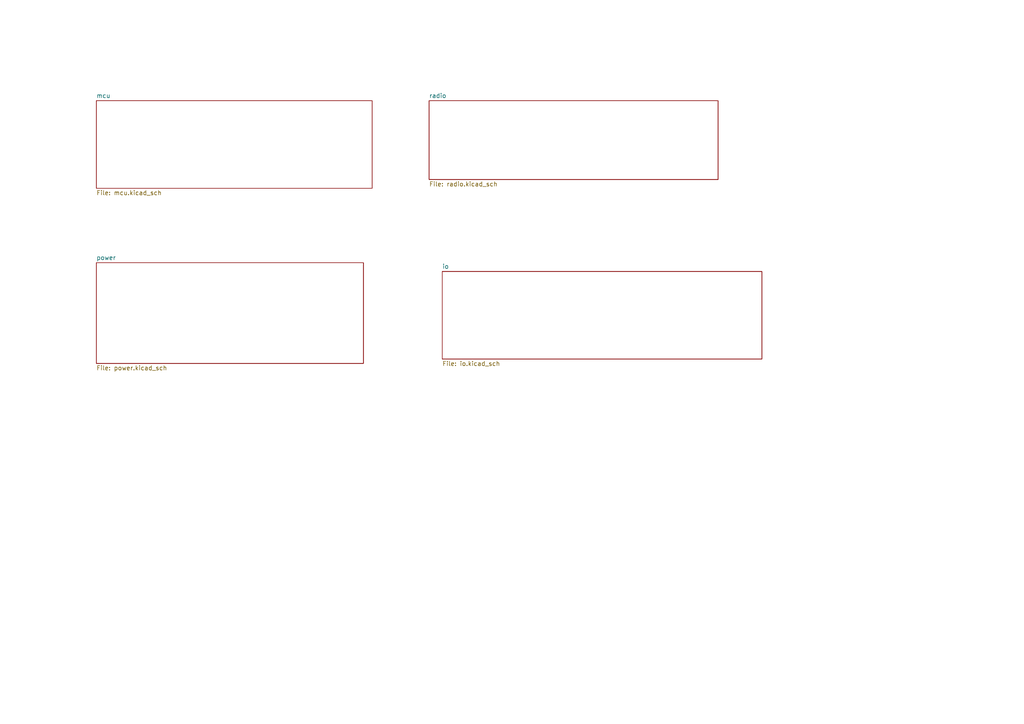
<source format=kicad_sch>
(kicad_sch (version 20231120) (generator "eeschema") (generator_version "8.0")
  (paper "A4")
  (lib_symbols
    (symbol "Device:Antenna" (pin_numbers hide) (pin_names (offset 1.016) hide)
      (property "Reference" "AE" (at -1.905 1.905 0))
      (property "Value" "Antenna" (at -1.905 0 0))
      (symbol "Antenna_0_1"
        (polyline (pts (xy 0 2.54) (xy 0 -3.81)) (stroke (width 0.254)))
        (polyline (pts (xy 1.27 2.54) (xy 0 -2.54) (xy -1.27 2.54)) (stroke (width 0.254)))
      )
      (symbol "Antenna_1_1"
        (pin input line (at 0 -5.08 90) (length 2.54) (name "A") (number "1"))
      )
    )
    (symbol "Device:Battery" (pin_numbers hide) (pin_names (offset 0) hide)
      (property "Reference" "BT" (at 2.54 2.54 0))
      (property "Value" "Battery" (at 2.54 0 0))
      (symbol "Battery_0_1"
        (rectangle (start -2.286 -1.27) (end 2.286 -1.524) (fill (type outline)))
        (rectangle (start -2.286 1.778) (end 2.286 1.524) (fill (type outline)))
        (rectangle (start -1.524 -2.032) (end 1.524 -2.54) (fill (type outline)))
        (rectangle (start -1.524 1.016) (end 1.524 0.508) (fill (type outline)))
        (polyline (pts (xy 0 -1.016) (xy 0 -0.762)))
        (polyline (pts (xy 0 -0.508) (xy 0 -0.254)))
        (polyline (pts (xy 0 0) (xy 0 0.254)))
        (polyline (pts (xy 0 1.778) (xy 0 2.54)))
        (polyline (pts (xy 0.762 3.048) (xy 1.778 3.048)) (stroke (width 0.254)))
        (polyline (pts (xy 1.27 3.556) (xy 1.27 2.54)) (stroke (width 0.254)))
      )
      (symbol "Battery_1_1"
        (pin passive line (at 0 5.08 270) (length 2.54) (name "+") (number "1"))
        (pin passive line (at 0 -5.08 90) (length 2.54) (name "-") (number "2"))
      )
    )
    (symbol "Device:R" (pin_numbers hide) (pin_names (offset 0))
      (property "Reference" "R1" (at -2.54 0 90))
      (property "Value" "330Ω" (at 0 0 90))
      (symbol "R_0_1"
        (rectangle (start -1.016 -2.54) (end 1.016 2.54) (stroke (width 0.254)))
      )
      (symbol "R_1_1"
        (pin passive line (at 0 3.81 270) (length 1.27) (name "~") (number "1"))
        (pin passive line (at 0 -3.81 90) (length 1.27) (name "~") (number "2"))
      )
    )
    (symbol "Display_Character:CA56-12EWA"
      (property "Reference" "U" (at -24.13 13.97 0))
      (property "Value" "CA56-12EWA" (at 19.05 13.97 0))
      (symbol "CA56-12EWA_0_0"
        (rectangle (start -25.4 12.7) (end 25.4 -12.7) (stroke (width 0.254)) (fill (type background)))
        (polyline (pts (xy -20.32 -3.81) (xy -19.05 0)) (stroke (width 0.254)))
        (polyline (pts (xy -19.05 -3.81) (xy -16.51 -3.81)) (stroke (width 0.254)))
        (polyline (pts (xy -18.796 1.27) (xy -17.526 5.08)) (stroke (width 0.254)))
        (polyline (pts (xy -17.78 0) (xy -15.24 0)) (stroke (width 0.254)))
        (polyline (pts (xy -16.256 5.08) (xy -13.716 5.08)) (stroke (width 0.254)))
        (polyline (pts (xy -15.24 -3.81) (xy -13.97 0)) (stroke (width 0.254)))
        (polyline (pts (xy -13.716 1.27) (xy -12.446 5.08)) (stroke (width 0.254)))
        (polyline (pts (xy -8.89 -3.81) (xy -7.62 0)) (stroke (width 0.254)))
        (polyline (pts (xy -7.62 -3.81) (xy -5.08 -3.81)) (stroke (width 0.254)))
        (polyline (pts (xy -7.366 1.27) (xy -6.096 5.08)) (stroke (width 0.254)))
        (polyline (pts (xy -6.35 0) (xy -3.81 0)) (stroke (width 0.254)))
        (polyline (pts (xy -4.826 5.08) (xy -2.286 5.08)) (stroke (width 0.254)))
        (polyline (pts (xy -3.81 -3.81) (xy -2.54 0)) (stroke (width 0.254)))
        (polyline (pts (xy -2.286 1.27) (xy -1.016 5.08)) (stroke (width 0.254)))
        (polyline (pts (xy 1.27 -3.81) (xy 2.54 0)) (stroke (width 0.254)))
        (polyline (pts (xy 2.54 -3.81) (xy 5.08 -3.81)) (stroke (width 0.254)))
        (polyline (pts (xy 2.794 1.27) (xy 4.064 5.08)) (stroke (width 0.254)))
        (polyline (pts (xy 3.81 0) (xy 6.35 0)) (stroke (width 0.254)))
        (polyline (pts (xy 5.334 5.08) (xy 7.874 5.08)) (stroke (width 0.254)))
        (polyline (pts (xy 6.35 -3.81) (xy 7.62 0)) (stroke (width 0.254)))
        (polyline (pts (xy 7.874 1.27) (xy 9.144 5.08)) (stroke (width 0.254)))
        (polyline (pts (xy 11.176 -3.81) (xy 12.446 0)) (stroke (width 0.254)))
        (polyline (pts (xy 12.446 -3.81) (xy 14.986 -3.81)) (stroke (width 0.254)))
        (polyline (pts (xy 12.7 1.27) (xy 13.97 5.08)) (stroke (width 0.254)))
        (polyline (pts (xy 13.716 0) (xy 16.256 0)) (stroke (width 0.254)))
        (polyline (pts (xy 15.24 5.08) (xy 17.78 5.08)) (stroke (width 0.254)))
        (polyline (pts (xy 16.256 -3.81) (xy 17.526 0)) (stroke (width 0.254)))
        (polyline (pts (xy 17.78 1.27) (xy 19.05 5.08)) (stroke (width 0.254)))
        (text "a" (at -15.24 6.35 0) (effects (font (size 1.524 1.524))))
        (text "b" (at -12.192 2.794 0) (effects (font (size 1.524 1.524))))
        (text "c" (at -13.208 -1.778 0) (effects (font (size 1.524 1.524))))
        (text "d" (at -17.78 -2.794 0) (effects (font (size 1.524 1.524))))
        (text "DP1" (at -13.716 -6.35 0) (effects (font (size 1.524 1.524))))
        (text "DP2" (at -2.286 -6.35 0) (effects (font (size 1.524 1.524))))
        (text "DP3" (at 7.62 -6.35 0) (effects (font (size 1.524 1.524))))
        (text "DP4" (at 17.78 -6.096 0) (effects (font (size 1.524 1.524))))
        (text "e" (at -21.336 -1.524 0) (effects (font (size 1.524 1.524))))
        (text "f" (at -19.558 3.048 0) (effects (font (size 1.524 1.524))))
        (text "g" (at -16.51 1.524 0) (effects (font (size 1.524 1.524))))
      )
      (symbol "CA56-12EWA_0_1"
        (circle (center -13.716 -3.81) (radius 0.3556) (stroke (width 0.254)) (fill (type outline)))
        (circle (center -2.54 -3.81) (radius 0.3556) (stroke (width 0.254)) (fill (type outline)))
      )
      (symbol "CA56-12EWA_1_0"
        (circle (center 7.62 -4.064) (radius 0.3556) (stroke (width 0.254)) (fill (type outline)))
        (circle (center 17.78 -3.81) (radius 0.3556) (stroke (width 0.254)) (fill (type outline)))
      )
      (symbol "CA56-12EWA_1_1"
        (pin input line (at -27.94 -2.54 0) (length 2.54) (name "e") (number "1"))
        (pin input line (at -27.94 -5.08 0) (length 2.54) (name "f") (number "10"))
        (pin input line (at -27.94 7.62 0) (length 2.54) (name "a") (number "11"))
        (pin input line (at 27.94 -2.54 180) (length 2.54) (name "CA1") (number "12"))
        (pin input line (at -27.94 0 0) (length 2.54) (name "d") (number "2"))
        (pin input line (at -27.94 -10.16 0) (length 2.54) (name "DPX") (number "3"))
        (pin input line (at -27.94 2.54 0) (length 2.54) (name "c") (number "4"))
        (pin input line (at -27.94 -7.62 0) (length 2.54) (name "g") (number "5"))
        (pin input line (at 27.94 -10.16 180) (length 2.54) (name "CA4") (number "6"))
        (pin input line (at -27.94 5.08 0) (length 2.54) (name "b") (number "7"))
        (pin input line (at 27.94 -7.62 180) (length 2.54) (name "CA3") (number "8"))
        (pin input line (at 27.94 -5.08 180) (length 2.54) (name "CA2") (number "9"))
      )
    )
    (symbol "MCU_Module:NUCLEO144-F446ZE"
      (property "Reference" "U" (at -22.86 94.615 0))
      (property "Value" "NUCLEO144-F446ZE" (at -22.86 92.71 0))
      (symbol "NUCLEO144-F446ZE_0_1"
        (rectangle (start -27.94 -91.44) (end 27.94 91.44) (stroke (width 0.254)) (fill (type background)))
      )
      (symbol "NUCLEO144-F446ZE_1_1"
        (pin bidirectional line (at 33.02 -27.94 180) (length 5.08) (name "PC10") (number "1"))
        (pin no_connect line (at -27.94 55.88 0) (length 5.08) hide (name "NC") (number "10"))
        (pin bidirectional line (at 33.02 5.08 180) (length 5.08) (name "LD3/PB14") (number "100"))
        (pin bidirectional line (at 33.02 27.94 180) (length 5.08) (name "PB5") (number "101"))
        (pin bidirectional line (at 33.02 7.62 180) (length 5.08) (name "ETH_TXD1/PB13") (number "102"))
        (pin bidirectional line (at 33.02 33.02 180) (length 5.08) (name "SWO/PB3") (number "103"))
        (pin power_in line (at 20.32 -96.52 90) (length 5.08) (name "AGND") (number "104"))
        (pin bidirectional line (at 33.02 58.42 180) (length 5.08) (name "USB_ID/PA10") (number "105"))
        (pin bidirectional line (at 33.02 -12.7 180) (length 5.08) (name "ETH_RXD0/PC4") (number "106"))
        (pin bidirectional line (at 33.02 78.74 180) (length 5.08) (name "PA2") (number "107"))
        (pin bidirectional line (at -33.02 -15.24 0) (length 5.08) (name "PF5") (number "108"))
        (pin bidirectional line (at 33.02 76.2 180) (length 5.08) (name "PA3") (number "109"))
        (pin bidirectional line (at -33.02 -20.32 0) (length 5.08) (name "PF7") (number "11"))
        (pin bidirectional line (at -33.02 -12.7 0) (length 5.08) (name "PF4") (number "110"))
        (pin power_in line (at 5.08 -96.52 90) (length 5.08) (name "GND") (number "111"))
        (pin bidirectional line (at -33.02 -66.04 0) (length 5.08) (name "PE8") (number "112"))
        (pin bidirectional line (at 33.02 -78.74 180) (length 5.08) (name "PD13") (number "113"))
        (pin bidirectional line (at -33.02 -27.94 0) (length 5.08) (name "PF10") (number "114"))
        (pin bidirectional line (at 33.02 -76.2 180) (length 5.08) (name "PD12") (number "115"))
        (pin bidirectional line (at -33.02 -63.5 0) (length 5.08) (name "PE7") (number "116"))
        (pin bidirectional line (at 33.02 -73.66 180) (length 5.08) (name "PD11") (number "117"))
        (pin bidirectional line (at 33.02 -81.28 180) (length 5.08) (name "PD14") (number "118"))
        (pin bidirectional line (at -33.02 -71.12 0) (length 5.08) (name "PE10") (number "119"))
        (pin power_in line (at -15.24 96.52 270) (length 5.08) (name "IOREF") (number "12"))
        (pin bidirectional line (at 33.02 -83.82 180) (length 5.08) (name "PD15") (number "120"))
        (pin bidirectional line (at -33.02 -76.2 0) (length 5.08) (name "PE12") (number "121"))
        (pin bidirectional line (at -33.02 -38.1 0) (length 5.08) (name "PF14") (number "122"))
        (pin bidirectional line (at -33.02 -81.28 0) (length 5.08) (name "PE14") (number "123"))
        (pin bidirectional line (at -33.02 -68.58 0) (length 5.08) (name "PE9") (number "124"))
        (pin bidirectional line (at -33.02 -83.82 0) (length 5.08) (name "PE15") (number "125"))
        (pin power_in line (at 7.62 -96.52 90) (length 5.08) (name "GND") (number "126"))
        (pin bidirectional line (at -33.02 -78.74 0) (length 5.08) (name "PE13") (number "127"))
        (pin bidirectional line (at -33.02 -73.66 0) (length 5.08) (name "PE11") (number "128"))
        (pin bidirectional line (at -33.02 -35.56 0) (length 5.08) (name "PF13") (number "129"))
        (pin bidirectional line (at 33.02 50.8 180) (length 5.08) (name "TMS/PA13") (number "13"))
        (pin bidirectional line (at -33.02 -10.16 0) (length 5.08) (name "PF3") (number "130"))
        (pin bidirectional line (at -33.02 -33.02 0) (length 5.08) (name "PF12") (number "131"))
        (pin bidirectional line (at -33.02 -40.64 0) (length 5.08) (name "PF15") (number "132"))
        (pin bidirectional line (at -33.02 5.08 0) (length 5.08) (name "PG14") (number "133"))
        (pin bidirectional line (at -33.02 -30.48 0) (length 5.08) (name "PF11") (number "134"))
        (pin power_in line (at 10.16 -96.52 90) (length 5.08) (name "GND") (number "135"))
        (pin bidirectional line (at -33.02 -45.72 0) (length 5.08) (name "PE0") (number "136"))
        (pin bidirectional line (at 33.02 -71.12 180) (length 5.08) (name "PD10") (number "137"))
        (pin bidirectional line (at -33.02 20.32 0) (length 5.08) (name "PG8") (number "138"))
        (pin bidirectional line (at -33.02 22.86 0) (length 5.08) (name "PG7/USB_GPIO_IN") (number "139"))
        (pin input line (at -33.02 81.28 0) (length 5.08) (name "~{RST}") (number "14"))
        (pin bidirectional line (at -33.02 27.94 0) (length 5.08) (name "PG5") (number "140"))
        (pin bidirectional line (at -33.02 30.48 0) (length 5.08) (name "PG4") (number "141"))
        (pin bidirectional line (at -33.02 25.4 0) (length 5.08) (name "PG6/USB_GPIO_OUT") (number "142"))
        (pin power_in line (at 12.7 -96.52 90) (length 5.08) (name "GND") (number "143"))
        (pin power_in line (at 15.24 -96.52 90) (length 5.08) (name "GND") (number "144"))
        (pin bidirectional line (at 33.02 48.26 180) (length 5.08) (name "TCK/PA14") (number "15"))
        (pin power_in line (at -12.7 96.52 270) (length 5.08) (name "+3V3") (number "16"))
        (pin bidirectional line (at 33.02 45.72 180) (length 5.08) (name "PA15") (number "17"))
        (pin power_in line (at -10.16 96.52 270) (length 5.08) (name "+5V") (number "18"))
        (pin power_in line (at -17.78 -96.52 90) (length 5.08) (name "GND") (number "19"))
        (pin bidirectional line (at 33.02 -30.48 180) (length 5.08) (name "PC11") (number "2"))
        (pin power_in line (at -15.24 -96.52 90) (length 5.08) (name "GND") (number "20"))
        (pin bidirectional line (at 33.02 22.86 180) (length 5.08) (name "LD2/PB7") (number "21"))
        (pin power_in line (at -10.16 -96.52 90) (length 5.08) (name "GND") (number "22"))
        (pin bidirectional line (at 33.02 -35.56 180) (length 5.08) (name "BT/PC13") (number "23"))
        (pin power_in line (at -7.62 96.52 270) (length 5.08) (name "VIN") (number "24"))
        (pin bidirectional line (at 33.02 -38.1 180) (length 5.08) (name "RTC_CRYSTAL/PC14") (number "25"))
        (pin no_connect line (at -27.94 58.42 0) (length 5.08) hide (name "NC") (number "26"))
        (pin bidirectional line (at 33.02 -40.64 180) (length 5.08) (name "RTC_CRYSTAL/PC15") (number "27"))
        (pin bidirectional line (at 33.02 83.82 180) (length 5.08) (name "ETH_REF_CLK/PA0") (number "28"))
        (pin bidirectional line (at -33.02 48.26 0) (length 5.08) (name "PH0") (number "29"))
        (pin bidirectional line (at 33.02 -33.02 180) (length 5.08) (name "PC12") (number "3"))
        (pin bidirectional line (at 33.02 81.28 180) (length 5.08) (name "ETH_MDIO/PA1") (number "30"))
        (pin bidirectional line (at -33.02 45.72 0) (length 5.08) (name "PH1") (number "31"))
        (pin bidirectional line (at 33.02 73.66 180) (length 5.08) (name "PA4") (number "32"))
        (pin power_in line (at -5.08 96.52 270) (length 5.08) (name "VBAT") (number "33"))
        (pin bidirectional line (at 33.02 40.64 180) (length 5.08) (name "PB0") (number "34"))
        (pin bidirectional line (at 33.02 -7.62 180) (length 5.08) (name "PC2") (number "35"))
        (pin bidirectional line (at 33.02 -5.08 180) (length 5.08) (name "ETH_MDC/PC1") (number "36"))
        (pin bidirectional line (at 33.02 -10.16 180) (length 5.08) (name "PC3") (number "37"))
        (pin bidirectional line (at 33.02 -2.54 180) (length 5.08) (name "PC0") (number "38"))
        (pin bidirectional line (at 33.02 -55.88 180) (length 5.08) (name "PD4") (number "39"))
        (pin bidirectional line (at 33.02 -50.8 180) (length 5.08) (name "PD2") (number "4"))
        (pin bidirectional line (at 33.02 -53.34 180) (length 5.08) (name "PD3") (number "40"))
        (pin bidirectional line (at 33.02 -58.42 180) (length 5.08) (name "PD5") (number "41"))
        (pin bidirectional line (at -33.02 35.56 0) (length 5.08) (name "PG2") (number "42"))
        (pin bidirectional line (at 33.02 -60.96 180) (length 5.08) (name "PD6") (number "43"))
        (pin bidirectional line (at -33.02 33.02 0) (length 5.08) (name "PG3") (number "44"))
        (pin bidirectional line (at 33.02 -63.5 180) (length 5.08) (name "PD7") (number "45"))
        (pin bidirectional line (at -33.02 -50.8 0) (length 5.08) (name "PE2") (number "46"))
        (pin bidirectional line (at -33.02 -53.34 0) (length 5.08) (name "PE3") (number "47"))
        (pin bidirectional line (at -33.02 -55.88 0) (length 5.08) (name "PE4") (number "48"))
        (pin power_in line (at -12.7 -96.52 90) (length 5.08) (name "GND") (number "49"))
        (pin power_in line (at -20.32 96.52 270) (length 5.08) (name "VDD") (number "5"))
        (pin bidirectional line (at -33.02 -58.42 0) (length 5.08) (name "PE5") (number "50"))
        (pin bidirectional line (at -33.02 -5.08 0) (length 5.08) (name "PF1") (number "51"))
        (pin bidirectional line (at -33.02 -7.62 0) (length 5.08) (name "PF2") (number "52"))
        (pin bidirectional line (at -33.02 -2.54 0) (length 5.08) (name "PF0") (number "53"))
        (pin bidirectional line (at -33.02 -22.86 0) (length 5.08) (name "PF8") (number "54"))
        (pin bidirectional line (at 33.02 -48.26 180) (length 5.08) (name "PD1") (number "55"))
        (pin bidirectional line (at -33.02 -25.4 0) (length 5.08) (name "PF9") (number "56"))
        (pin bidirectional line (at 33.02 -45.72 180) (length 5.08) (name "PD0") (number "57"))
        (pin bidirectional line (at -33.02 38.1 0) (length 5.08) (name "PG1") (number "58"))
        (pin bidirectional line (at -33.02 40.64 0) (length 5.08) (name "PG0") (number "59"))
        (pin power_in line (at -17.78 96.52 270) (length 5.08) (name "E5V") (number "6"))
        (pin power_in line (at -7.62 -96.52 90) (length 5.08) (name "GND") (number "60"))
        (pin bidirectional line (at -33.02 -48.26 0) (length 5.08) (name "PE1") (number "61"))
        (pin bidirectional line (at -33.02 -60.96 0) (length 5.08) (name "PE6") (number "62"))
        (pin bidirectional line (at -33.02 17.78 0) (length 5.08) (name "PG9") (number "63"))
        (pin bidirectional line (at -33.02 2.54 0) (length 5.08) (name "PG15") (number "64"))
        (pin bidirectional line (at -33.02 10.16 0) (length 5.08) (name "PG12") (number "65"))
        (pin bidirectional line (at -33.02 15.24 0) (length 5.08) (name "PG10") (number "66"))
        (pin no_connect line (at -27.94 53.34 0) (length 5.08) hide (name "NC") (number "67"))
        (pin bidirectional line (at -33.02 7.62 0) (length 5.08) (name "PG13/ETH_TXD0") (number "68"))
        (pin bidirectional line (at 33.02 -68.58 180) (length 5.08) (name "STLINK_RX/PD9") (number "69"))
        (pin input line (at -33.02 83.82 0) (length 5.08) (name "~{BOOT0}") (number "7"))
        (pin bidirectional line (at -33.02 12.7 0) (length 5.08) (name "PG11/ETH_TX_EN") (number "70"))
        (pin power_in line (at -5.08 -96.52 90) (length 5.08) (name "GND") (number "71"))
        (pin power_in line (at -2.54 -96.52 90) (length 5.08) (name "GND") (number "72"))
        (pin bidirectional line (at 33.02 -25.4 180) (length 5.08) (name "PC9") (number "73"))
        (pin bidirectional line (at 33.02 -22.86 180) (length 5.08) (name "PC8") (number "74"))
        (pin bidirectional line (at 33.02 20.32 180) (length 5.08) (name "PB8") (number "75"))
        (pin bidirectional line (at 33.02 -17.78 180) (length 5.08) (name "PC6") (number "76"))
        (pin bidirectional line (at 33.02 17.78 180) (length 5.08) (name "PB9") (number "77"))
        (pin bidirectional line (at 33.02 -15.24 180) (length 5.08) (name "ETH_RXD1/PC5") (number "78"))
        (pin power_in line (at 20.32 96.52 270) (length 5.08) (name "AVDD") (number "79"))
        (pin power_in line (at -20.32 -96.52 90) (length 5.08) (name "GND") (number "8"))
        (pin power_in line (at -2.54 96.52 270) (length 5.08) (name "U5V") (number "80"))
        (pin power_in line (at 0 -96.52 90) (length 5.08) (name "GND") (number "81"))
        (pin bidirectional line (at 33.02 -66.04 180) (length 5.08) (name "STLINK_TX/PD8") (number "82"))
        (pin bidirectional line (at 33.02 71.12 180) (length 5.08) (name "PA5") (number "83"))
        (pin bidirectional line (at 33.02 53.34 180) (length 5.08) (name "USB_DP/PA12") (number "84"))
        (pin bidirectional line (at 33.02 68.58 180) (length 5.08) (name "PA6") (number "85"))
        (pin bidirectional line (at 33.02 55.88 180) (length 5.08) (name "USB_DM/PA11") (number "86"))
        (pin bidirectional line (at 33.02 66.04 180) (length 5.08) (name "ETH_CRS_DV/PA7") (number "87"))
        (pin bidirectional line (at 33.02 10.16 180) (length 5.08) (name "PB12") (number "88"))
        (pin bidirectional line (at 33.02 25.4 180) (length 5.08) (name "PB6") (number "89"))
        (pin bidirectional line (at -33.02 -17.78 0) (length 5.08) (name "PF6") (number "9"))
        (pin bidirectional line (at 33.02 12.7 180) (length 5.08) (name "PB11") (number "90"))
        (pin bidirectional line (at 33.02 -20.32 180) (length 5.08) (name "PC7") (number "91"))
        (pin power_in line (at 2.54 -96.52 90) (length 5.08) (name "GND") (number "92"))
        (pin bidirectional line (at 33.02 60.96 180) (length 5.08) (name "USB_VBUS/PA9") (number "93"))
        (pin bidirectional line (at 33.02 35.56 180) (length 5.08) (name "PB2") (number "94"))
        (pin bidirectional line (at 33.02 63.5 180) (length 5.08) (name "USB_SOF/PA8") (number "95"))
        (pin bidirectional line (at 33.02 38.1 180) (length 5.08) (name "PB1") (number "96"))
        (pin bidirectional line (at 33.02 15.24 180) (length 5.08) (name "PB10") (number "97"))
        (pin bidirectional line (at 33.02 2.54 180) (length 5.08) (name "PB15") (number "98"))
        (pin bidirectional line (at 33.02 30.48 180) (length 5.08) (name "PB4") (number "99"))
      )
    )
    (symbol "New_Library:2DirJoystick" (exclude_from_sim yes) (in_bom no) (on_board no)
      (property "Reference" "Joystick" (at 0 7.62 0))
      (property "Value" "~" (at 0 6.35 0))
      (symbol "2DirJoystick_0_1"
        (rectangle (start -5.08 5.08) (end 5.08 -5.08) (fill (type background)))
      )
      (symbol "2DirJoystick_1_1"
        (pin output line (at -7.62 2.54 0) (length 2.54) (name "VRx") (number "0"))
        (pin output line (at -7.62 -2.54 0) (length 2.54) (name "VRy") (number "1"))
        (pin power_in line (at 7.62 2.54 180) (length 2.54) (name "PWR") (number "2"))
        (pin power_out line (at 7.62 -2.54 180) (length 2.54) (name "GND") (number "3"))
      )
    )
    (symbol "RF_Module:RFM98W-433S2" (pin_names (offset 1.016))
      (property "Reference" "U" (at -10.414 11.684 0))
      (property "Value" "RFM98W-433S2" (at 1.524 11.43 0))
      (symbol "RFM98W-433S2_0_1"
        (rectangle (start -10.16 10.16) (end 10.16 -12.7) (stroke (width 0.254)) (fill (type background)))
      )
      (symbol "RFM98W-433S2_1_1"
        (pin power_in line (at -2.54 -15.24 90) (length 2.54) (name "GND") (number "1"))
        (pin power_in line (at 2.54 -15.24 90) (length 2.54) (name "GND") (number "10"))
        (pin bidirectional line (at 12.7 -2.54 180) (length 2.54) (name "DIO3") (number "11"))
        (pin bidirectional line (at 12.7 0 180) (length 2.54) (name "DIO4") (number "12"))
        (pin power_in line (at 0 12.7 270) (length 2.54) (name "3.3V") (number "13"))
        (pin bidirectional line (at 12.7 -10.16 180) (length 2.54) (name "DIO0") (number "14"))
        (pin bidirectional line (at 12.7 -7.62 180) (length 2.54) (name "DIO1") (number "15"))
        (pin bidirectional line (at 12.7 -5.08 180) (length 2.54) (name "DIO2") (number "16"))
        (pin output line (at -12.7 2.54 0) (length 2.54) (name "MISO") (number "2"))
        (pin input line (at -12.7 5.08 0) (length 2.54) (name "MOSI") (number "3"))
        (pin input line (at -12.7 7.62 0) (length 2.54) (name "SCK") (number "4"))
        (pin input line (at -12.7 0 0) (length 2.54) (name "NSS") (number "5"))
        (pin bidirectional line (at -12.7 -5.08 0) (length 2.54) (name "RESET") (number "6"))
        (pin bidirectional line (at 12.7 2.54 180) (length 2.54) (name "DIO5") (number "7"))
        (pin power_in line (at 0 -15.24 90) (length 2.54) (name "GND") (number "8"))
        (pin bidirectional line (at 12.7 7.62 180) (length 2.54) (name "ANT") (number "9"))
      )
    )
    (symbol "Switch:SW_Push" (pin_numbers hide) (pin_names (offset 1.016) hide)
      (property "Reference" "SW" (at 1.27 2.54 0))
      (property "Value" "SW_Push" (at 0 -1.524 0))
      (symbol "SW_Push_0_1"
        (circle (center -2.032 0) (radius 0.508))
        (polyline (pts (xy 0 1.27) (xy 0 3.048)))
        (polyline (pts (xy 2.54 1.27) (xy -2.54 1.27)))
        (circle (center 2.032 0) (radius 0.508))
        (pin passive line (at -5.08 0 0) (length 2.54) (name "1") (number "1"))
        (pin passive line (at 5.08 0 180) (length 2.54) (name "2") (number "2"))
      )
    )
    (symbol "Switch:SW_SPDT_MSM" (pin_names (offset 0) hide)
      (property "Reference" "SW" (at 0 5.08 0))
      (property "Value" "SW_SPDT_MSM" (at 0 -5.08 0))
      (symbol "SW_SPDT_MSM_0_1"
        (circle (center -2.032 0) (radius 0.4572))
        (polyline (pts (xy -1.651 0.254) (xy 1.651 2.286)))
        (circle (center 2.032 -2.54) (radius 0.4572))
        (circle (center 2.032 0) (radius 0.4572))
        (circle (center 2.032 2.54) (radius 0.4572))
      )
      (symbol "SW_SPDT_MSM_1_1"
        (rectangle (start -3.175 3.81) (end 3.175 -3.81) (fill (type background)))
        (pin passive line (at 5.08 2.54 180) (length 2.54) (name "1") (number "1"))
        (pin passive line (at -5.08 0 0) (length 2.54) (name "3") (number "2"))
        (pin passive line (at 5.08 -2.54 180) (length 2.54) (name "4") (number "3"))
      )
    )
  )
  (junction (at 452.12 -8.89))
  (junction (at 411.48 -8.89))
  (junction (at 463.55 118.11))
  (junction (at 452.12 50.8))
  (junction (at 370.84 -8.89))
  (junction (at 463.55 55.88))
  (junction (at 411.48 193.04))
  (junction (at 463.55 95.25))
  (junction (at 370.84 193.04))
  (junction (at 463.55 106.68))
  (wire (pts (xy 411.48 -8.89) (xy 411.48 -3.81)))
  (wire (pts (xy 452.12 50.8) (xy 452.12 73.66)))
  (wire (pts (xy 424.18 163.83) (xy 426.72 163.83)))
  (wire (pts (xy 425.45 10.16) (xy 453.39 10.16)))
  (wire (pts (xy 433.07 97.79) (xy 433.07 106.68)))
  (wire (pts (xy 425.45 15.24) (xy 453.39 15.24)))
  (wire (pts (xy 444.5 55.88) (xy 463.55 55.88)))
  (wire (pts (xy 443.23 176.53) (xy 445.77 176.53)))
  (wire (pts (xy 452.12 73.66) (xy 441.96 73.66)))
  (wire (pts (xy 424.18 171.45) (xy 435.61 171.45)))
  (wire (pts (xy 424.18 19.05) (xy 425.45 19.05)))
  (wire (pts (xy 429.26 100.33) (xy 429.26 118.11)))
  (wire (pts (xy 424.18 52.07) (xy 427.99 52.07)))
  (wire (pts (xy 351.79 193.04) (xy 370.84 193.04)))
  (wire (pts (xy 434.34 158.75) (xy 445.77 158.75)))
  (wire (pts (xy 424.18 176.53) (xy 435.61 176.53)))
  (wire (pts (xy 502.92 168.91) (xy 501.65 168.91)))
  (wire (pts (xy 411.48 189.23) (xy 411.48 193.04)))
  (wire (pts (xy 424.18 16.51) (xy 425.45 16.51)))
  (wire (pts (xy 424.18 8.89) (xy 425.45 8.89)))
  (wire (pts (xy 425.45 16.51) (xy 425.45 15.24)))
  (wire (pts (xy 411.48 193.04) (xy 508 193.04)))
  (wire (pts (xy 370.84 -8.89) (xy 370.84 -3.81)))
  (wire (pts (xy 463.55 137.16) (xy 508 137.16)))
  (wire (pts (xy 468.63 31.75) (xy 468.63 30.48)))
  (wire (pts (xy 370.84 189.23) (xy 370.84 193.04)))
  (polyline (pts (xy 439.42 73.66) (xy 440.69 73.66)) (stroke (width 0) (color 132 0 0 1)))
  (wire (pts (xy 427.99 57.15) (xy 427.99 71.12)))
  (wire (pts (xy 427.99 71.12) (xy 431.8 71.12)))
  (wire (pts (xy 424.18 166.37) (xy 435.61 166.37)))
  (wire (pts (xy 427.99 54.61) (xy 427.99 55.88)))
  (wire (pts (xy 424.18 146.05) (xy 502.92 146.05)))
  (wire (pts (xy 424.18 59.69) (xy 426.72 59.69)))
  (wire (pts (xy 443.23 161.29) (xy 445.77 161.29)))
  (wire (pts (xy 478.79 25.4) (xy 478.79 33.02)))
  (wire (pts (xy 448.31 33.02) (xy 478.79 33.02)))
  (wire (pts (xy 424.18 97.79) (xy 433.07 97.79)))
  (wire (pts (xy 425.45 20.32) (xy 453.39 20.32)))
  (wire (pts (xy 424.18 168.91) (xy 426.72 168.91)))
  (wire (pts (xy 424.18 161.29) (xy 435.61 161.29)))
  (wire (pts (xy 424.18 173.99) (xy 426.72 173.99)))
  (wire (pts (xy 443.23 171.45) (xy 445.77 171.45)))
  (wire (pts (xy 351.79 1.27) (xy 351.79 193.04)))
  (wire (pts (xy 502.92 146.05) (xy 502.92 168.91)))
  (wire (pts (xy 463.55 55.88) (xy 463.55 95.25)))
  (wire (pts (xy 425.45 12.7) (xy 453.39 12.7)))
  (wire (pts (xy 424.18 140.97) (xy 505.46 140.97)))
  (wire (pts (xy 452.12 -8.89) (xy 452.12 50.8)))
  (wire (pts (xy 434.34 163.83) (xy 445.77 163.83)))
  (wire (pts (xy 466.09 31.75) (xy 468.63 31.75)))
  (wire (pts (xy 505.46 173.99) (xy 501.65 173.99)))
  (wire (pts (xy 448.31 21.59) (xy 448.31 33.02)))
  (wire (pts (xy 506.73 176.53) (xy 501.65 176.53)))
  (wire (pts (xy 411.48 -8.89) (xy 452.12 -8.89)))
  (wire (pts (xy 425.45 19.05) (xy 425.45 20.32)))
  (wire (pts (xy 463.55 118.11) (xy 463.55 137.16)))
  (wire (pts (xy 440.69 118.11) (xy 463.55 118.11)))
  (wire (pts (xy 424.18 138.43) (xy 506.73 138.43)))
  (wire (pts (xy 424.18 11.43) (xy 425.45 11.43)))
  (wire (pts (xy 424.18 143.51) (xy 504.19 143.51)))
  (wire (pts (xy 434.34 173.99) (xy 445.77 173.99)))
  (wire (pts (xy 427.99 55.88) (xy 429.26 55.88)))
  (wire (pts (xy 351.79 -8.89) (xy 370.84 -8.89)))
  (wire (pts (xy 426.72 59.69) (xy 426.72 76.2)))
  (wire (pts (xy 463.55 106.68) (xy 463.55 118.11)))
  (wire (pts (xy 452.12 -8.89) (xy 466.09 -8.89)))
  (wire (pts (xy 370.84 -8.89) (xy 411.48 -8.89)))
  (wire (pts (xy 434.34 168.91) (xy 445.77 168.91)))
  (wire (pts (xy 463.55 95.25) (xy 463.55 106.68)))
  (wire (pts (xy 504.19 171.45) (xy 501.65 171.45)))
  (wire (pts (xy 424.18 54.61) (xy 427.99 54.61)))
  (wire (pts (xy 424.18 13.97) (xy 425.45 13.97)))
  (wire (pts (xy 429.26 118.11) (xy 430.53 118.11)))
  (wire (pts (xy 425.45 13.97) (xy 425.45 12.7)))
  (wire (pts (xy 424.18 57.15) (xy 427.99 57.15)))
  (wire (pts (xy 424.18 100.33) (xy 429.26 100.33)))
  (wire (pts (xy 463.55 30.48) (xy 463.55 55.88)))
  (wire (pts (xy 443.23 166.37) (xy 445.77 166.37)))
  (wire (pts (xy 424.18 158.75) (xy 426.72 158.75)))
  (wire (pts (xy 505.46 140.97) (xy 505.46 173.99)))
  (wire (pts (xy 444.5 50.8) (xy 452.12 50.8)))
  (wire (pts (xy 424.18 95.25) (xy 443.23 95.25)))
  (wire (pts (xy 466.09 30.48) (xy 466.09 31.75)))
  (wire (pts (xy 433.07 106.68) (xy 436.88 106.68)))
  (wire (pts (xy 426.72 76.2) (xy 431.8 76.2)))
  (wire (pts (xy 427.99 50.8) (xy 429.26 50.8)))
  (wire (pts (xy 424.18 21.59) (xy 448.31 21.59)))
  (wire (pts (xy 425.45 7.62) (xy 453.39 7.62)))
  (wire (pts (xy 427.99 50.8) (xy 427.99 52.07)))
  (wire (pts (xy 425.45 11.43) (xy 425.45 10.16)))
  (wire (pts (xy 504.19 143.51) (xy 504.19 171.45)))
  (wire (pts (xy 466.09 -8.89) (xy 466.09 2.54)))
  (wire (pts (xy 508 137.16) (xy 508 193.04)))
  (wire (pts (xy 425.45 8.89) (xy 425.45 7.62)))
  (wire (pts (xy 447.04 106.68) (xy 463.55 106.68)))
  (wire (pts (xy 370.84 193.04) (xy 411.48 193.04)))
  (wire (pts (xy 453.39 95.25) (xy 463.55 95.25)))
  (wire (pts (xy 478.79 7.62) (xy 491.49 7.62)))
  (wire (pts (xy 506.73 138.43) (xy 506.73 176.53)))
  (symbol (lib_id "Switch:SW_Push") (at 435.61 118.11 0) (unit 1)
    (property "Reference" "SW1" (at 435.61 110.49 0))
    (property "Value" "SW_Push" (at 435.61 113.03 0))
    (property "Description" "Push button switch, generic, two pins" (effects (hide yes)))
  )
  (symbol (lib_id "RF_Module:RFM98W-433S2") (at 466.09 15.24 0) (unit 1)
    (property "Reference" "U2" (at 468.2841 0 0) (effects (justify left)))
    (property "Value" "RFM98W-433S2" (at 468.2841 2.54 0) (effects (justify left)))
    (property "Datasheet" "https://www.hoperf.com/data/upload/portal/20181127/5bfcdb5e17543.pdf" (effects (hide yes)))
    (property "Description" "Low power long range transceiver module, SPI and parallel interface, 433 MHz, spreading factor 6 to12, bandwidth 7.8 to 500kHz, -111 to -148 dBm, SMD-16, DIP-16" (effects (hide yes)))
  )
  (symbol (lib_id "Device:R") (at 439.42 171.45 270) (unit 1)
    (property "Reference" "R7" (effects (hide yes)))
    (property "Value" "330Ω" (at 439.42 171.45 90) (effects (font (size 1.016 1.016))))
    (property "Description" "Resistor" (effects (hide yes)))
  )
  (symbol (lib_id "Device:R") (at 430.53 173.99 270) (unit 1)
    (property "Reference" "R4" (effects (hide yes)))
    (property "Value" "330Ω" (at 430.53 173.99 90) (effects (font (size 1.016 1.016))))
    (property "Description" "Resistor" (effects (hide yes)))
  )
  (symbol (lib_id "Device:R") (at 430.53 163.83 270) (unit 1)
    (property "Reference" "R2" (effects (hide yes)))
    (property "Value" "330Ω" (at 430.53 163.83 90) (effects (font (size 1.016 1.016))))
    (property "Description" "Resistor" (effects (hide yes)))
  )
  (symbol (lib_id "Switch:SW_SPDT_MSM") (at 436.88 73.66 0) (mirror y) (unit 1)
    (property "Reference" "SW2" (at 436.88 64.77 0))
    (property "Value" "SW_SPDT_MSM" (at 436.88 67.31 0))
    (property "Description" "Switch, single pole double throw, center OFF position" (effects (hide yes)))
  )
  (symbol (lib_id "Switch:SW_Push") (at 448.31 95.25 0) (unit 1)
    (property "Reference" "SW4" (at 448.31 87.63 0))
    (property "Value" "SW_Push" (at 448.31 90.17 0))
    (property "Description" "Push button switch, generic, two pins" (effects (hide yes)))
  )
  (symbol (lib_id "New_Library:2DirJoystick") (at 436.88 53.34 0) (unit 1) (exclude_from_sim yes) (in_bom no) (on_board no)
    (property "Reference" "Joystick1" (at 436.88 45.72 0))
    (property "Value" "~" (at 436.88 46.99 0))
  )
  (symbol (lib_id "Display_Character:CA56-12EWA") (at 473.71 166.37 0) (unit 1)
    (property "Reference" "U3" (at 463.55 151.13 0))
    (property "Value" "CA56-12EWA" (at 473.71 151.13 0))
    (property "Footprint" "Display_7Segment:CA56-12EWA" (effects (hide yes)))
    (property "Datasheet" "http://www.kingbrightusa.com/images/catalog/SPEC/CA56-12EWA.pdf" (effects (hide yes)))
    (property "Description" "4 digit 7 segment high efficiency red LED, common anode" (effects (hide yes)))
  )
  (symbol (lib_id "Device:R") (at 439.42 161.29 270) (unit 1)
    (property "Reference" "R5" (effects (hide yes)))
    (property "Value" "330Ω" (at 439.42 161.29 90) (effects (font (size 1.016 1.016))))
    (property "Description" "Resistor" (effects (hide yes)))
  )
  (symbol (lib_id "Device:R") (at 439.42 166.37 270) (unit 1)
    (property "Reference" "R6" (effects (hide yes)))
    (property "Value" "330Ω" (at 439.42 166.37 90) (effects (font (size 1.016 1.016))))
    (property "Description" "Resistor" (effects (hide yes)))
  )
  (symbol (lib_id "MCU_Module:NUCLEO144-F446ZE") (at 391.16 92.71 0) (unit 1)
    (property "Reference" "U1" (at 413.6741 -2.54 0) (effects (justify left)))
    (property "Value" "NUCLEO144-F446ZE" (at 413.6741 0 0) (effects (justify left)))
    (property "Footprint" "Module:ST_Morpho_Connector_144_STLink" (effects (hide yes)))
    (property "Datasheet" "https://www.st.com/resource/en/user_manual/dm00244518-stm32-nucleo144-boards-stmicroelectronics.pdf" (effects (hide yes)))
    (property "Description" "Nucleo 144 Development Board with STM32F446ZET6 MCU, 128kB RAM, 512Kb FLASH" (effects (hide yes)))
  )
  (symbol (lib_id "Device:R") (at 430.53 158.75 270) (unit 1)
    (property "Reference" "R1" (effects (hide yes)))
    (property "Value" "330Ω" (at 430.784 158.75 90) (effects (font (size 1.016 1.016))))
    (property "Description" "Resistor" (effects (hide yes)))
  )
  (symbol (lib_id "Device:Antenna") (at 491.49 2.54 0) (unit 1)
    (property "Reference" "AE1" (at 494.03 1.9049 0) (effects (justify left)))
    (property "Value" "Antenna" (at 494.03 4.4449 0) (effects (justify left)))
    (property "Description" "Antenna" (effects (hide yes)))
  )
  (symbol (lib_id "Switch:SW_Push") (at 441.96 106.68 0) (unit 1)
    (property "Reference" "SW3" (at 441.96 99.06 0))
    (property "Value" "SW_Push" (at 441.96 101.6 0))
    (property "Description" "Push button switch, generic, two pins" (effects (hide yes)))
  )
  (symbol (lib_id "Device:R") (at 430.53 168.91 270) (unit 1)
    (property "Reference" "R3" (effects (hide yes)))
    (property "Value" "330Ω" (at 430.53 168.91 90) (effects (font (size 1.016 1.016))))
    (property "Description" "Resistor" (effects (hide yes)))
  )
  (symbol (lib_id "Device:Battery") (at 351.79 -3.81 0) (mirror y) (unit 1)
    (property "Reference" "+3V1" (at 344.17 -4.3815 90))
    (property "Value" "Battery" (at 346.71 -4.3815 90))
    (property "Description" "Multiple-cell battery" (effects (hide yes)))
  )
  (symbol (lib_id "Device:R") (at 439.42 176.53 270) (unit 1)
    (property "Reference" "R8" (effects (hide yes)))
    (property "Value" "330Ω" (at 439.42 176.53 90) (effects (font (size 1.016 1.016))))
    (property "Description" "Resistor" (effects (hide yes)))
  )
  (sheet (at 124.46 29.21) (size 83.82 22.86) (stroke (width 0.1524))
    (property "Sheetname" "radio" (at 124.46 28.4984 0) (effects (justify left bottom)))
    (property "Sheetfile" "radio.kicad_sch" (at 124.46 52.6546 0) (effects (justify left top)))
  )
  (sheet (at 27.94 29.21) (size 80.01 25.4) (stroke (width 0.1524))
    (property "Sheetname" "mcu" (at 27.94 28.4984 0) (effects (justify left bottom)))
    (property "Sheetfile" "mcu.kicad_sch" (at 27.94 55.1946 0) (effects (justify left top)))
  )
  (sheet (at 128.27 78.74) (size 92.71 25.4) (stroke (width 0.1524))
    (property "Sheetname" "io" (at 128.27 78.0284 0) (effects (justify left bottom)))
    (property "Sheetfile" "io.kicad_sch" (at 128.27 104.7246 0) (effects (justify left top)))
  )
  (sheet (at 27.94 76.2) (size 77.47 29.21) (stroke (width 0.1524))
    (property "Sheetname" "power" (at 27.94 75.4884 0) (effects (justify left bottom)))
    (property "Sheetfile" "power.kicad_sch" (at 27.94 105.9946 0) (effects (justify left top)))
  )
)
</source>
